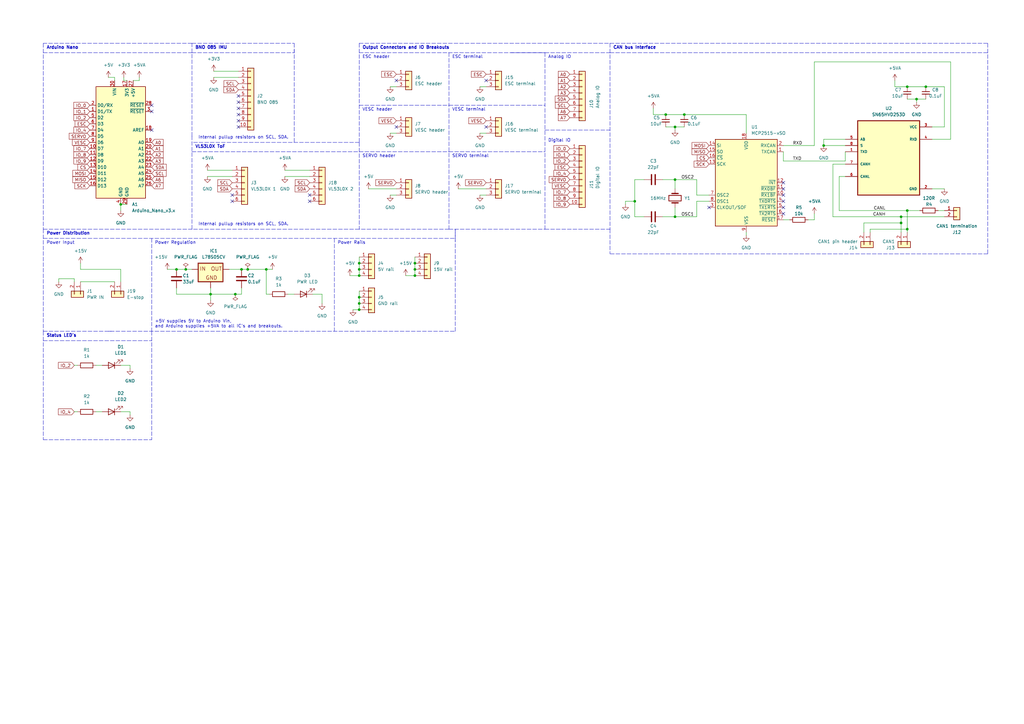
<source format=kicad_sch>
(kicad_sch (version 20211123) (generator eeschema)
  (paper "A3")
  (title_block (title "B.Sc spray gun PCB") (date "2022-04-11") (rev "A") (company "B.Sc group 10"))
  (lib_symbols
    (symbol "Connector_Generic:Conn_01x02" (pin_names (offset 1.016) hide)
      (property "Reference" "J" (at 0 2.54 0))
      (property "Value" "Conn_01x02" (at 0 -5.08 0))
      (symbol "Conn_01x02_1_1"
        (pin passive line (at -5.08 0 0) (length 3.81) (name "Pin_1") (number "1"))
        (pin passive line (at -5.08 -2.54 0) (length 3.81) (name "Pin_2") (number "2"))
      )
    )
    (symbol "Connector_Generic:Conn_01x03" (pin_names (offset 1.016) hide)
      (property "Reference" "J" (at 0 5.08 0))
      (property "Value" "Conn_01x03" (at 0 -5.08 0))
      (symbol "Conn_01x03_1_1"
        (pin passive line (at -5.08 2.54 0) (length 3.81) (name "Pin_1") (number "1"))
        (pin passive line (at -5.08 0 0) (length 3.81) (name "Pin_2") (number "2"))
        (pin passive line (at -5.08 -2.54 0) (length 3.81) (name "Pin_3") (number "3"))
      )
    )
    (symbol "Connector_Generic:Conn_01x04" (pin_names (offset 1.016) hide)
      (property "Reference" "J" (at 0 5.08 0))
      (property "Value" "Conn_01x04" (at 0 -7.62 0))
      (symbol "Conn_01x04_1_1"
        (pin passive line (at -5.08 2.54 0) (length 3.81) (name "Pin_1") (number "1"))
        (pin passive line (at -5.08 0 0) (length 3.81) (name "Pin_2") (number "2"))
        (pin passive line (at -5.08 -2.54 0) (length 3.81) (name "Pin_3") (number "3"))
        (pin passive line (at -5.08 -5.08 0) (length 3.81) (name "Pin_4") (number "4"))
      )
    )
    (symbol "Connector_Generic:Conn_01x06" (pin_names (offset 1.016) hide)
      (property "Reference" "J" (at 0 7.62 0))
      (property "Value" "Conn_01x06" (at 0 -10.16 0))
      (symbol "Conn_01x06_1_1"
        (pin passive line (at -5.08 5.08 0) (length 3.81) (name "Pin_1") (number "1"))
        (pin passive line (at -5.08 2.54 0) (length 3.81) (name "Pin_2") (number "2"))
        (pin passive line (at -5.08 0 0) (length 3.81) (name "Pin_3") (number "3"))
        (pin passive line (at -5.08 -2.54 0) (length 3.81) (name "Pin_4") (number "4"))
        (pin passive line (at -5.08 -5.08 0) (length 3.81) (name "Pin_5") (number "5"))
        (pin passive line (at -5.08 -7.62 0) (length 3.81) (name "Pin_6") (number "6"))
      )
    )
    (symbol "Connector_Generic:Conn_01x08" (pin_names (offset 1.016) hide)
      (property "Reference" "J" (at 0 10.16 0))
      (property "Value" "Conn_01x08" (at 0 -12.7 0))
      (symbol "Conn_01x08_1_1"
        (pin passive line (at -5.08 7.62 0) (length 3.81) (name "Pin_1") (number "1"))
        (pin passive line (at -5.08 5.08 0) (length 3.81) (name "Pin_2") (number "2"))
        (pin passive line (at -5.08 2.54 0) (length 3.81) (name "Pin_3") (number "3"))
        (pin passive line (at -5.08 0 0) (length 3.81) (name "Pin_4") (number "4"))
        (pin passive line (at -5.08 -2.54 0) (length 3.81) (name "Pin_5") (number "5"))
        (pin passive line (at -5.08 -5.08 0) (length 3.81) (name "Pin_6") (number "6"))
        (pin passive line (at -5.08 -7.62 0) (length 3.81) (name "Pin_7") (number "7"))
        (pin passive line (at -5.08 -10.16 0) (length 3.81) (name "Pin_8") (number "8"))
      )
    )
    (symbol "Connector_Generic:Conn_01x10" (pin_names (offset 1.016) hide)
      (property "Reference" "J" (at 0 12.7 0))
      (property "Value" "Conn_01x10" (at 0 -15.24 0))
      (symbol "Conn_01x10_1_1"
        (pin passive line (at -5.08 10.16 0) (length 3.81) (name "Pin_1") (number "1"))
        (pin passive line (at -5.08 -12.7 0) (length 3.81) (name "Pin_10") (number "10"))
        (pin passive line (at -5.08 7.62 0) (length 3.81) (name "Pin_2") (number "2"))
        (pin passive line (at -5.08 5.08 0) (length 3.81) (name "Pin_3") (number "3"))
        (pin passive line (at -5.08 2.54 0) (length 3.81) (name "Pin_4") (number "4"))
        (pin passive line (at -5.08 0 0) (length 3.81) (name "Pin_5") (number "5"))
        (pin passive line (at -5.08 -2.54 0) (length 3.81) (name "Pin_6") (number "6"))
        (pin passive line (at -5.08 -5.08 0) (length 3.81) (name "Pin_7") (number "7"))
        (pin passive line (at -5.08 -7.62 0) (length 3.81) (name "Pin_8") (number "8"))
        (pin passive line (at -5.08 -10.16 0) (length 3.81) (name "Pin_9") (number "9"))
      )
    )
    (symbol "Device:C" (pin_numbers hide) (pin_names (offset 0.254))
      (property "Reference" "C" (at 0.635 2.54 0))
      (property "Value" "C" (at 0.635 -2.54 0))
      (symbol "C_1_1"
        (pin passive line (at 0 3.81 270) (length 2.794) (name "~") (number "1"))
        (pin passive line (at 0 -3.81 90) (length 2.794) (name "~") (number "2"))
      )
    )
    (symbol "Device:C_Small" (pin_numbers hide) (pin_names (offset 0.254) hide)
      (property "Reference" "C" (at 0.254 1.778 0))
      (property "Value" "C_Small" (at 0.254 -2.032 0))
      (symbol "C_Small_1_1"
        (pin passive line (at 0 2.54 270) (length 2.032) (name "~") (number "1"))
        (pin passive line (at 0 -2.54 90) (length 2.032) (name "~") (number "2"))
      )
    )
    (symbol "Device:Crystal" (pin_numbers hide) (pin_names (offset 1.016) hide)
      (property "Reference" "Y" (at 0 3.81 0))
      (property "Value" "Crystal" (at 0 -3.81 0))
      (symbol "Crystal_1_1"
        (pin passive line (at -3.81 0 0) (length 1.27) (name "1") (number "1"))
        (pin passive line (at 3.81 0 180) (length 1.27) (name "2") (number "2"))
      )
    )
    (symbol "Device:LED" (pin_numbers hide) (pin_names (offset 1.016) hide)
      (property "Reference" "D" (at 0 2.54 0))
      (property "Value" "LED" (at 0 -2.54 0))
      (symbol "LED_1_1"
        (pin passive line (at -3.81 0 0) (length 2.54) (name "K") (number "1"))
        (pin passive line (at 3.81 0 180) (length 2.54) (name "A") (number "2"))
      )
    )
    (symbol "Device:R" (pin_numbers hide) (pin_names (offset 0))
      (property "Reference" "R" (at 2.032 0 90))
      (property "Value" "R" (at 0 0 90))
      (symbol "R_1_1"
        (pin passive line (at 0 3.81 270) (length 1.27) (name "~") (number "1"))
        (pin passive line (at 0 -3.81 90) (length 1.27) (name "~") (number "2"))
      )
    )
    (symbol "Interface_CAN_LIN:MCP2515-xSO"
      (property "Reference" "U" (at -10.16 19.685 0))
      (property "Value" "MCP2515-xSO" (at 19.05 20.32 0))
      (symbol "MCP2515-xSO_1_1"
        (pin output line (at 15.24 12.7 180) (length 2.54) (name "TXCAN") (number "1"))
        (pin output line (at 15.24 -5.08 180) (length 2.54) (name "~{RX1BF}") (number "10"))
        (pin output line (at 15.24 -2.54 180) (length 2.54) (name "~{RX0BF}") (number "11"))
        (pin output line (at 15.24 0 180) (length 2.54) (name "~{INT}") (number "12"))
        (pin input line (at -15.24 7.62 0) (length 2.54) (name "SCK") (number "13"))
        (pin input line (at -15.24 15.24 0) (length 2.54) (name "SI") (number "14"))
        (pin output line (at -15.24 12.7 0) (length 2.54) (name "SO") (number "15"))
        (pin input line (at -15.24 10.16 0) (length 2.54) (name "~{CS}") (number "16"))
        (pin input line (at 15.24 -15.24 180) (length 2.54) (name "~{RESET}") (number "17"))
        (pin power_in line (at 0 20.32 270) (length 2.54) (name "VDD") (number "18"))
        (pin input line (at 15.24 15.24 180) (length 2.54) (name "RXCAN") (number "2"))
        (pin output line (at -15.24 -10.16 0) (length 2.54) (name "CLKOUT/SOF") (number "3"))
        (pin input line (at 15.24 -7.62 180) (length 2.54) (name "~{TX0RTS}") (number "4"))
        (pin input line (at 15.24 -10.16 180) (length 2.54) (name "~{TX1RTS}") (number "5"))
        (pin input line (at 15.24 -12.7 180) (length 2.54) (name "~{TX2RTS}") (number "6"))
        (pin output line (at -15.24 -5.08 0) (length 2.54) (name "OSC2") (number "7"))
        (pin input line (at -15.24 -7.62 0) (length 2.54) (name "OSC1") (number "8"))
        (pin power_in line (at 0 -20.32 90) (length 2.54) (name "VSS") (number "9"))
      )
    )
    (symbol "L78S05CV:L78S05CV" (pin_numbers hide) (pin_names (offset 1.016) hide)
      (property "Reference" "IC" (at 2.54 -7.62 0))
      (property "Value" "L78S05CV" (at 2.54 -10.16 0))
      (symbol "L78S05CV_0_0"
        (text "GND" (at -2.032 -4.318 0) (effects (font (size 1.524 1.524)) (justify left bottom)))
        (text "IN" (at -4.445 -0.635 0) (effects (font (size 1.524 1.524)) (justify left bottom)))
        (text "OUT" (at 0.127 -0.635 0) (effects (font (size 1.524 1.524)) (justify left bottom)))
        (pin input line (at -7.62 0 0) (length 2.54) (name "~") (number "1"))
        (pin input line (at 0 -7.62 90) (length 2.54) (name "~") (number "2"))
        (pin passive line (at 7.62 0 180) (length 2.54) (name "~") (number "3"))
      )
    )
    (symbol "MCU_Module:Arduino_Nano_v3.x"
      (property "Reference" "A" (at -10.16 23.495 0))
      (property "Value" "Arduino_Nano_v3.x" (at 5.08 -24.13 0))
      (symbol "Arduino_Nano_v3.x_1_1"
        (pin bidirectional line (at -12.7 12.7 0) (length 2.54) (name "D1/TX") (number "1"))
        (pin bidirectional line (at -12.7 -2.54 0) (length 2.54) (name "D7") (number "10"))
        (pin bidirectional line (at -12.7 -5.08 0) (length 2.54) (name "D8") (number "11"))
        (pin bidirectional line (at -12.7 -7.62 0) (length 2.54) (name "D9") (number "12"))
        (pin bidirectional line (at -12.7 -10.16 0) (length 2.54) (name "D10") (number "13"))
        (pin bidirectional line (at -12.7 -12.7 0) (length 2.54) (name "D11") (number "14"))
        (pin bidirectional line (at -12.7 -15.24 0) (length 2.54) (name "D12") (number "15"))
        (pin bidirectional line (at -12.7 -17.78 0) (length 2.54) (name "D13") (number "16"))
        (pin power_out line (at 2.54 25.4 270) (length 2.54) (name "3V3") (number "17"))
        (pin input line (at 12.7 5.08 180) (length 2.54) (name "AREF") (number "18"))
        (pin bidirectional line (at 12.7 0 180) (length 2.54) (name "A0") (number "19"))
        (pin bidirectional line (at -12.7 15.24 0) (length 2.54) (name "D0/RX") (number "2"))
        (pin bidirectional line (at 12.7 -2.54 180) (length 2.54) (name "A1") (number "20"))
        (pin bidirectional line (at 12.7 -5.08 180) (length 2.54) (name "A2") (number "21"))
        (pin bidirectional line (at 12.7 -7.62 180) (length 2.54) (name "A3") (number "22"))
        (pin bidirectional line (at 12.7 -10.16 180) (length 2.54) (name "A4") (number "23"))
        (pin bidirectional line (at 12.7 -12.7 180) (length 2.54) (name "A5") (number "24"))
        (pin bidirectional line (at 12.7 -15.24 180) (length 2.54) (name "A6") (number "25"))
        (pin bidirectional line (at 12.7 -17.78 180) (length 2.54) (name "A7") (number "26"))
        (pin power_out line (at 5.08 25.4 270) (length 2.54) (name "+5V") (number "27"))
        (pin input line (at 12.7 15.24 180) (length 2.54) (name "~{RESET}") (number "28"))
        (pin power_in line (at 2.54 -25.4 90) (length 2.54) (name "GND") (number "29"))
        (pin input line (at 12.7 12.7 180) (length 2.54) (name "~{RESET}") (number "3"))
        (pin power_in line (at -2.54 25.4 270) (length 2.54) (name "VIN") (number "30"))
        (pin power_in line (at 0 -25.4 90) (length 2.54) (name "GND") (number "4"))
        (pin bidirectional line (at -12.7 10.16 0) (length 2.54) (name "D2") (number "5"))
        (pin bidirectional line (at -12.7 7.62 0) (length 2.54) (name "D3") (number "6"))
        (pin bidirectional line (at -12.7 5.08 0) (length 2.54) (name "D4") (number "7"))
        (pin bidirectional line (at -12.7 2.54 0) (length 2.54) (name "D5") (number "8"))
        (pin bidirectional line (at -12.7 0 0) (length 2.54) (name "D6") (number "9"))
      )
    )
    (symbol "SN65HVD253D:SN65HVD253D" (pin_names (offset 1.016))
      (property "Reference" "U" (at -12.7 16.2306 0))
      (property "Value" "SN65HVD253D" (at -12.7 -19.2278 0))
      (symbol "SN65HVD253D_0_0"
        (pin input line (at -17.78 2.54 0) (length 5.08) (name "TXD") (number "1"))
        (pin power_in line (at 17.78 -12.7 180) (length 5.08) (name "GND") (number "2"))
        (pin power_in line (at 17.78 12.7 180) (length 5.08) (name "VCC") (number "3"))
        (pin output line (at 17.78 7.62 180) (length 5.08) (name "RXD") (number "4"))
        (pin input line (at -17.78 7.62 0) (length 5.08) (name "AB") (number "5"))
        (pin bidirectional line (at -17.78 -7.62 0) (length 5.08) (name "CANL") (number "6"))
        (pin bidirectional line (at -17.78 -2.54 0) (length 5.08) (name "CANH") (number "7"))
        (pin input line (at -17.78 5.08 0) (length 5.08) (name "S") (number "8"))
      )
    )
    (symbol "power:+15V" (power) (pin_names (offset 0))
      (property "Value" "+15V" (at 0 3.556 0))
      (symbol "+15V_1_1"
        (pin power_in line (at 0 0 90) (length 0) hide (name "+15V") (number "1"))
      )
    )
    (symbol "power:+3V3" (power) (pin_names (offset 0))
      (property "Value" "+3V3" (at 0 3.556 0))
      (symbol "+3V3_1_1"
        (pin power_in line (at 0 0 90) (length 0) hide (name "+3V3") (number "1"))
      )
    )
    (symbol "power:+5V" (power) (pin_names (offset 0))
      (property "Value" "+5V" (at 0 3.556 0))
      (symbol "+5V_1_1"
        (pin power_in line (at 0 0 90) (length 0) hide (name "+5V") (number "1"))
      )
    )
    (symbol "power:+5VA" (power) (pin_names (offset 0))
      (property "Value" "+5VA" (at 0 3.556 0))
      (symbol "+5VA_1_1"
        (pin power_in line (at 0 0 90) (length 0) hide (name "+5VA") (number "1"))
      )
    )
    (symbol "power:GND" (power) (pin_names (offset 0))
      (property "Value" "GND" (at 0 -3.81 0))
      (symbol "GND_1_1"
        (pin power_in line (at 0 0 270) (length 0) hide (name "GND") (number "1"))
      )
    )
    (symbol "power:PWR_FLAG" (power) (pin_numbers hide) (pin_names (offset 0) hide)
      (property "Value" "PWR_FLAG" (at 0 3.81 0))
      (symbol "PWR_FLAG_0_0"
        (pin power_out line (at 0 0 90) (length 0) (name "pwr") (number "1"))
      )
    )
  )
  (junction (at 147.32 121.92))
  (junction (at 147.32 113.03))
  (junction (at 49.53 83.82))
  (junction (at 372.11 86.36))
  (junction (at 375.92 40.64))
  (junction (at 147.32 124.46))
  (junction (at 109.22 110.49))
  (junction (at 379.73 35.56))
  (junction (at 99.06 110.49))
  (junction (at 76.2 110.49))
  (junction (at 276.86 73.66))
  (junction (at 170.18 113.03))
  (junction (at 170.18 107.95))
  (junction (at 101.6 110.49))
  (junction (at 372.11 93.98))
  (junction (at 147.32 107.95))
  (junction (at 170.18 110.49))
  (junction (at 147.32 127))
  (junction (at 276.86 52.07))
  (junction (at 273.05 46.99))
  (junction (at 276.86 88.9))
  (junction (at 280.67 46.99))
  (junction (at 96.52 120.65))
  (junction (at 86.36 120.65))
  (junction (at 372.11 35.56))
  (junction (at 369.57 88.9))
  (junction (at 337.82 59.69))
  (junction (at 369.57 91.44))
  (junction (at 72.39 110.49))
  (junction (at 147.32 110.49))
  (junction (at 260.35 82.55))
  (no_connect (at 97.79 46.99))
  (no_connect (at 97.79 49.53))
  (no_connect (at 97.79 52.07))
  (no_connect (at 97.79 44.45))
  (no_connect (at 97.79 39.37))
  (no_connect (at 97.79 41.91))
  (no_connect (at 162.56 52.07))
  (no_connect (at 162.56 33.02))
  (no_connect (at 95.25 82.55))
  (no_connect (at 95.25 80.01))
  (no_connect (at 199.39 52.07))
  (no_connect (at 290.83 85.09))
  (no_connect (at 321.31 87.63))
  (no_connect (at 321.31 85.09))
  (no_connect (at 321.31 82.55))
  (no_connect (at 321.31 77.47))
  (no_connect (at 321.31 80.01))
  (no_connect (at 321.31 74.93))
  (no_connect (at 127 82.55))
  (no_connect (at 199.39 33.02))
  (no_connect (at 62.23 45.72))
  (no_connect (at 62.23 43.18))
  (no_connect (at 62.23 53.34))
  (no_connect (at 127 80.01))
  (wire (pts (xy 306.07 46.99) (xy 280.67 46.99)))
  (wire (pts (xy 372.11 93.98) (xy 372.11 86.36)))
  (polyline (pts (xy 147.32 17.78) (xy 147.32 58.42)))
  (wire (pts (xy 290.83 80.01) (xy 285.75 80.01)))
  (wire (pts (xy 72.39 118.11) (xy 72.39 120.65)))
  (polyline (pts (xy 147.32 58.42) (xy 147.32 93.98)))
  (wire (pts (xy 24.13 115.57) (xy 24.13 114.3)))
  (wire (pts (xy 147.32 107.95) (xy 147.32 110.49)))
  (wire (pts (xy 346.71 57.15) (xy 337.82 57.15)))
  (polyline (pts (xy 250.19 17.78) (xy 405.13 17.78)))
  (wire (pts (xy 372.11 35.56) (xy 379.73 35.56)))
  (wire (pts (xy 382.27 77.47) (xy 387.35 77.47)))
  (wire (pts (xy 72.39 120.65) (xy 86.36 120.65)))
  (wire (pts (xy 118.11 120.65) (xy 120.65 120.65)))
  (wire (pts (xy 260.35 73.66) (xy 260.35 82.55)))
  (polyline (pts (xy 184.15 93.98) (xy 147.32 93.98)))
  (wire (pts (xy 30.48 114.3) (xy 30.48 115.57)))
  (wire (pts (xy 321.31 66.04) (xy 321.31 62.23)))
  (wire (pts (xy 285.75 82.55) (xy 285.75 88.9)))
  (wire (pts (xy 306.07 46.99) (xy 306.07 54.61)))
  (wire (pts (xy 273.05 46.99) (xy 280.67 46.99)))
  (wire (pts (xy 387.35 86.36) (xy 384.81 86.36)))
  (wire (pts (xy 285.75 88.9) (xy 276.86 88.9)))
  (polyline (pts (xy 250.19 17.78) (xy 250.19 93.98)))
  (wire (pts (xy 260.35 82.55) (xy 260.35 88.9)))
  (wire (pts (xy 346.71 66.04) (xy 346.71 62.23)))
  (wire (pts (xy 53.34 168.91) (xy 49.53 168.91)))
  (wire (pts (xy 147.32 119.38) (xy 147.32 121.92)))
  (wire (pts (xy 306.07 95.25) (xy 306.07 96.52)))
  (wire (pts (xy 196.85 35.56) (xy 199.39 35.56)))
  (wire (pts (xy 53.34 168.91) (xy 53.34 170.18)))
  (polyline (pts (xy 62.23 97.79) (xy 62.23 135.89)))
  (polyline (pts (xy 223.52 21.59) (xy 223.52 93.98)))
  (wire (pts (xy 72.39 110.49) (xy 76.2 110.49)))
  (wire (pts (xy 256.54 82.55) (xy 260.35 82.55)))
  (wire (pts (xy 101.6 110.49) (xy 109.22 110.49)))
  (polyline (pts (xy 147.32 58.42) (xy 78.74 58.42)))
  (wire (pts (xy 170.18 107.95) (xy 170.18 110.49)))
  (wire (pts (xy 49.53 110.49) (xy 49.53 115.57)))
  (polyline (pts (xy 17.78 21.59) (xy 78.74 21.59)))
  (wire (pts (xy 160.02 35.56) (xy 162.56 35.56)))
  (wire (pts (xy 166.37 113.03) (xy 170.18 113.03)))
  (wire (pts (xy 369.57 91.44) (xy 369.57 88.9)))
  (polyline (pts (xy 223.52 53.34) (xy 250.19 53.34)))
  (wire (pts (xy 367.03 35.56) (xy 372.11 35.56)))
  (wire (pts (xy 31.75 168.91) (xy 30.48 168.91)))
  (polyline (pts (xy 17.78 135.89) (xy 17.78 180.34)))
  (polyline (pts (xy 17.78 93.98) (xy 78.74 93.98)))
  (wire (pts (xy 372.11 95.25) (xy 372.11 93.98)))
  (wire (pts (xy 31.75 149.86) (xy 30.48 149.86)))
  (wire (pts (xy 271.78 73.66) (xy 276.86 73.66)))
  (wire (pts (xy 356.87 95.25) (xy 356.87 93.98)))
  (wire (pts (xy 375.92 40.64) (xy 379.73 40.64)))
  (wire (pts (xy 39.37 168.91) (xy 41.91 168.91)))
  (wire (pts (xy 276.86 52.07) (xy 276.86 53.34)))
  (polyline (pts (xy 186.69 93.98) (xy 186.69 99.06)))
  (wire (pts (xy 187.96 77.47) (xy 199.39 77.47)))
  (polyline (pts (xy 78.74 17.78) (xy 120.65 17.78)))
  (wire (pts (xy 86.36 120.65) (xy 86.36 123.19)))
  (wire (pts (xy 76.2 110.49) (xy 78.74 110.49)))
  (wire (pts (xy 273.05 52.07) (xy 276.86 52.07)))
  (polyline (pts (xy 186.69 135.89) (xy 186.69 93.98)))
  (polyline (pts (xy 62.23 135.89) (xy 62.23 180.34)))
  (wire (pts (xy 33.02 110.49) (xy 33.02 107.95)))
  (wire (pts (xy 379.73 35.56) (xy 387.35 35.56)))
  (polyline (pts (xy 78.74 55.88) (xy 78.74 17.78)))
  (wire (pts (xy 144.78 127) (xy 147.32 127)))
  (wire (pts (xy 44.45 31.75) (xy 46.99 31.75)))
  (wire (pts (xy 93.98 110.49) (xy 99.06 110.49)))
  (wire (pts (xy 99.06 110.49) (xy 101.6 110.49)))
  (wire (pts (xy 49.53 110.49) (xy 33.02 110.49)))
  (wire (pts (xy 389.89 25.4) (xy 389.89 57.15)))
  (wire (pts (xy 341.63 88.9) (xy 341.63 67.31)))
  (wire (pts (xy 85.09 72.39) (xy 95.25 72.39)))
  (wire (pts (xy 344.17 86.36) (xy 372.11 86.36)))
  (wire (pts (xy 334.01 87.63) (xy 334.01 90.17)))
  (wire (pts (xy 372.11 40.64) (xy 375.92 40.64)))
  (wire (pts (xy 367.03 33.02) (xy 367.03 35.56)))
  (wire (pts (xy 334.01 90.17) (xy 331.47 90.17)))
  (polyline (pts (xy 405.13 17.78) (xy 405.13 104.14)))
  (polyline (pts (xy 147.32 21.59) (xy 223.52 21.59)))
  (wire (pts (xy 33.02 115.57) (xy 46.99 115.57)))
  (wire (pts (xy 50.8 31.75) (xy 50.8 33.02)))
  (wire (pts (xy 54.61 33.02) (xy 57.15 33.02)))
  (wire (pts (xy 375.92 40.64) (xy 375.92 41.91)))
  (wire (pts (xy 39.37 149.86) (xy 41.91 149.86)))
  (polyline (pts (xy 17.78 135.89) (xy 186.69 135.89)))
  (polyline (pts (xy 137.16 97.79) (xy 137.16 135.89)))
  (polyline (pts (xy 405.13 104.14) (xy 250.19 104.14)))
  (wire (pts (xy 321.31 59.69) (xy 334.01 59.69)))
  (wire (pts (xy 132.08 124.46) (xy 132.08 120.65)))
  (wire (pts (xy 344.17 72.39) (xy 344.17 86.36)))
  (wire (pts (xy 196.85 54.61) (xy 199.39 54.61)))
  (wire (pts (xy 372.11 93.98) (xy 356.87 93.98)))
  (polyline (pts (xy 147.32 43.18) (xy 184.15 43.18)))
  (polyline (pts (xy 78.74 21.59) (xy 120.65 21.59)))
  (wire (pts (xy 151.13 77.47) (xy 162.56 77.47)))
  (wire (pts (xy 53.34 149.86) (xy 49.53 149.86)))
  (wire (pts (xy 387.35 35.56) (xy 387.35 52.07)))
  (polyline (pts (xy 17.78 17.78) (xy 17.78 93.98)))
  (wire (pts (xy 49.53 83.82) (xy 49.53 86.36)))
  (wire (pts (xy 321.31 90.17) (xy 323.85 90.17)))
  (wire (pts (xy 285.75 73.66) (xy 276.86 73.66)))
  (wire (pts (xy 276.86 73.66) (xy 276.86 77.47)))
  (wire (pts (xy 321.31 66.04) (xy 346.71 66.04)))
  (wire (pts (xy 387.35 88.9) (xy 369.57 88.9)))
  (wire (pts (xy 96.52 120.65) (xy 99.06 120.65)))
  (wire (pts (xy 99.06 120.65) (xy 99.06 118.11)))
  (wire (pts (xy 389.89 57.15) (xy 382.27 57.15)))
  (wire (pts (xy 143.51 113.03) (xy 147.32 113.03)))
  (polyline (pts (xy 147.32 17.78) (xy 250.19 17.78)))
  (wire (pts (xy 369.57 95.25) (xy 369.57 91.44)))
  (wire (pts (xy 267.97 46.99) (xy 273.05 46.99)))
  (polyline (pts (xy 250.19 93.98) (xy 250.19 104.14)))
  (polyline (pts (xy 223.52 93.98) (xy 250.19 93.98)))
  (wire (pts (xy 147.32 124.46) (xy 147.32 127)))
  (polyline (pts (xy 17.78 93.98) (xy 17.78 135.89)))
  (wire (pts (xy 147.32 105.41) (xy 147.32 107.95)))
  (polyline (pts (xy 147.32 62.23) (xy 184.15 62.23)))
  (wire (pts (xy 276.86 88.9) (xy 271.78 88.9)))
  (wire (pts (xy 110.49 120.65) (xy 109.22 120.65)))
  (polyline (pts (xy 223.52 21.59) (xy 250.19 21.59)))
  (polyline (pts (xy 184.15 43.18) (xy 223.52 43.18)))
  (wire (pts (xy 68.58 110.49) (xy 72.39 110.49)))
  (wire (pts (xy 147.32 121.92) (xy 147.32 124.46)))
  (wire (pts (xy 170.18 105.41) (xy 170.18 107.95)))
  (wire (pts (xy 24.13 114.3) (xy 30.48 114.3)))
  (wire (pts (xy 116.84 69.85) (xy 127 69.85)))
  (polyline (pts (xy 17.78 139.7) (xy 62.23 139.7)))
  (wire (pts (xy 285.75 73.66) (xy 285.75 80.01)))
  (wire (pts (xy 341.63 88.9) (xy 369.57 88.9)))
  (wire (pts (xy 276.86 85.09) (xy 276.86 88.9)))
  (wire (pts (xy 260.35 88.9) (xy 264.16 88.9)))
  (wire (pts (xy 267.97 44.45) (xy 267.97 46.99)))
  (polyline (pts (xy 78.74 93.98) (xy 78.74 55.88)))
  (wire (pts (xy 387.35 52.07) (xy 382.27 52.07)))
  (wire (pts (xy 86.36 118.11) (xy 86.36 120.65)))
  (wire (pts (xy 132.08 120.65) (xy 128.27 120.65)))
  (wire (pts (xy 85.09 69.85) (xy 95.25 69.85)))
  (polyline (pts (xy 78.74 17.78) (xy 17.78 17.78)))
  (polyline (pts (xy 250.19 21.59) (xy 405.13 21.59)))
  (wire (pts (xy 341.63 67.31) (xy 346.71 67.31)))
  (wire (pts (xy 109.22 110.49) (xy 109.22 120.65)))
  (wire (pts (xy 196.85 80.01) (xy 199.39 80.01)))
  (wire (pts (xy 116.84 72.39) (xy 127 72.39)))
  (wire (pts (xy 334.01 59.69) (xy 334.01 25.4)))
  (polyline (pts (xy 17.78 180.34) (xy 62.23 180.34)))
  (wire (pts (xy 87.63 31.75) (xy 97.79 31.75)))
  (wire (pts (xy 354.33 91.44) (xy 369.57 91.44)))
  (wire (pts (xy 377.19 86.36) (xy 372.11 86.36)))
  (polyline (pts (xy 78.74 62.23) (xy 147.32 62.23)))
  (polyline (pts (xy 45.72 135.89) (xy 44.45 135.89)))
  (wire (pts (xy 147.32 110.49) (xy 147.32 113.03)))
  (wire (pts (xy 170.18 110.49) (xy 170.18 113.03)))
  (wire (pts (xy 346.71 59.69) (xy 337.82 59.69)))
  (wire (pts (xy 52.07 33.02) (xy 50.8 33.02)))
  (wire (pts (xy 346.71 72.39) (xy 344.17 72.39)))
  (polyline (pts (xy 209.55 21.59) (xy 223.52 21.59)))
  (polyline (pts (xy 147.32 93.98) (xy 78.74 93.98)))
  (wire (pts (xy 160.02 54.61) (xy 162.56 54.61)))
  (wire (pts (xy 86.36 120.65) (xy 96.52 120.65)))
  (wire (pts (xy 260.35 73.66) (xy 264.16 73.66)))
  (wire (pts (xy 354.33 95.25) (xy 354.33 91.44)))
  (wire (pts (xy 276.86 52.07) (xy 280.67 52.07)))
  (wire (pts (xy 49.53 83.82) (xy 52.07 83.82)))
  (wire (pts (xy 46.99 31.75) (xy 46.99 33.02)))
  (wire (pts (xy 334.01 25.4) (xy 389.89 25.4)))
  (wire (pts (xy 109.22 110.49) (xy 111.76 110.49)))
  (polyline (pts (xy 184.15 21.59) (xy 184.15 93.98)))
  (polyline (pts (xy 184.15 93.98) (xy 223.52 93.98)))
  (wire (pts (xy 160.02 80.01) (xy 162.56 80.01)))
  (wire (pts (xy 57.15 33.02) (xy 57.15 31.75)))
  (wire (pts (xy 290.83 82.55) (xy 285.75 82.55)))
  (polyline (pts (xy 120.65 17.78) (xy 120.65 58.42)))
  (polyline (pts (xy 184.15 62.23) (xy 223.52 62.23)))
  (wire (pts (xy 53.34 149.86) (xy 53.34 151.13)))
  (wire (pts (xy 337.82 57.15) (xy 337.82 59.69)))
  (polyline (pts (xy 120.65 21.59) (xy 120.65 20.32)))
  (wire (pts (xy 87.63 29.21) (xy 97.79 29.21)))
  (polyline (pts (xy 17.78 97.79) (xy 186.69 97.79)))
  (wire (pts (xy 256.54 83.82) (xy 256.54 82.55)))
  (text "Internal pullup resistors on SCL, SDA." (at 81.28 92.71 0) (effects (font (size 1.27 1.27)) (justify left bottom)))
  (text "Power Rails" (at 138.43 100.33 0) (effects (font (size 1.27 1.27)) (justify left bottom)))
  (text "Internal pullup resistors on SCL, SDA." (at 81.28 57.15 0) (effects (font (size 1.27 1.27)) (justify left bottom)))
  (text "SERVO terminal" (at 185.42 64.77 0) (effects (font (size 1.27 1.27)) (justify left bottom)))
  (text "Digital IO" (at 224.79 58.42 0) (effects (font (size 1.27 1.27)) (justify left bottom)))
  (text "Analog IO" (at 224.79 24.13 0) (effects (font (size 1.27 1.27)) (justify left bottom)))
  (text "ESC terminal" (at 185.42 24.13 0) (effects (font (size 1.27 1.27)) (justify left bottom)))
  (text "+5V supplies 5V to Arduino Vin,\nand Arduino supplies +5VA to all IC's and breakouts." (at 63.5 134.62 0) (effects (font (size 1.27 1.27)) (justify left bottom)))
  (text "VESC header" (at 148.59 45.72 0) (effects (font (size 1.27 1.27)) (justify left bottom)))
  (text "ESC header" (at 148.59 24.13 0) (effects (font (size 1.27 1.27)) (justify left bottom)))
  (text "Power Input" (at 19.05 100.33 0) (effects (font (size 1.27 1.27)) (justify left bottom)))
  (text "Output Connectors and IO Breakouts" (at 148.59 20.32 0) (effects (font (size 1.27 1.27) (thickness 0.254) bold) (justify left bottom)))
  (text "BNO 085 IMU" (at 80.01 20.32 0) (effects (font (size 1.27 1.27) (thickness 0.254) bold) (justify left bottom)))
  (text "Arduino Nano" (at 19.05 20.32 0) (effects (font (size 1.27 1.27) (thickness 0.254) bold) (justify left bottom)))
  (text "CAN bus Interface" (at 251.46 20.32 0) (effects (font (size 1.27 1.27) (thickness 0.254) bold) (justify left bottom)))
  (text "Power Regulation" (at 63.5 100.33 0) (effects (font (size 1.27 1.27)) (justify left bottom)))
  (text "Power Distribution" (at 19.05 96.52 0) (effects (font (size 1.27 1.27) (thickness 0.254) bold) (justify left bottom)))
  (text "VL53L0X ToF" (at 80.01 60.96 0) (effects (font (size 1.27 1.27) (thickness 0.254) bold) (justify left bottom)))
  (text "VESC terminal" (at 185.42 45.72 0) (effects (font (size 1.27 1.27)) (justify left bottom)))
  (text "SERVO header" (at 148.59 64.77 0) (effects (font (size 1.27 1.27)) (justify left bottom)))
  (text "Status LED's" (at 19.05 138.43 0) (effects (font (size 1.27 1.27) (thickness 0.254) bold) (justify left bottom)))
  (label "TXD" (at 325.12 66.04 0))
  (label "CANL" (at 363.22 86.36 180))
  (label "RXD" (at 325.12 59.69 0))
  (label "OSC1" (at 279.4 88.9 0))
  (label "CANH" (at 363.22 88.9 180))
  (label "OSC2" (at 279.4 73.66 0))
  (global_label "SDA" (shape input) (at 233.68 40.64 180) (property "Intersheet References" "${INTERSHEET_REFS}" (effects hide)))
  (global_label "A1" (shape input) (at 62.23 60.96 0) (property "Intersheet References" "${INTERSHEET_REFS}" (effects hide)))
  (global_label "MOSI" (shape input) (at 290.83 59.69 180) (property "Intersheet References" "${INTERSHEET_REFS}" (effects hide)))
  (global_label "A3" (shape input) (at 62.23 66.04 0) (property "Intersheet References" "${INTERSHEET_REFS}" (effects hide)))
  (global_label "VESC" (shape input) (at 36.83 58.42 180) (property "Intersheet References" "${INTERSHEET_REFS}" (effects hide)))
  (global_label "A6" (shape input) (at 233.68 45.72 180) (property "Intersheet References" "${INTERSHEET_REFS}" (effects hide)))
  (global_label "CS" (shape input) (at 290.83 64.77 180) (property "Intersheet References" "${INTERSHEET_REFS}" (effects hide)))
  (global_label "IO_7" (shape input) (at 233.68 78.74 180) (property "Intersheet References" "${INTERSHEET_REFS}" (effects hide)))
  (global_label "SCL" (shape input) (at 95.25 74.93 180) (property "Intersheet References" "${INTERSHEET_REFS}" (effects hide)))
  (global_label "MISO" (shape input) (at 290.83 62.23 180) (property "Intersheet References" "${INTERSHEET_REFS}" (effects hide)))
  (global_label "SCL" (shape input) (at 127 74.93 180) (property "Intersheet References" "${INTERSHEET_REFS}" (effects hide)))
  (global_label "MOSI" (shape input) (at 36.83 71.12 180) (property "Intersheet References" "${INTERSHEET_REFS}" (effects hide)))
  (global_label "A0" (shape input) (at 62.23 58.42 0) (property "Intersheet References" "${INTERSHEET_REFS}" (effects hide)))
  (global_label "IO_1" (shape input) (at 233.68 63.5 180) (property "Intersheet References" "${INTERSHEET_REFS}" (effects hide)))
  (global_label "IO_8" (shape input) (at 36.83 63.5 180) (property "Intersheet References" "${INTERSHEET_REFS}" (effects hide)))
  (global_label "SDA" (shape input) (at 95.25 77.47 180) (property "Intersheet References" "${INTERSHEET_REFS}" (effects hide)))
  (global_label "IO_8" (shape input) (at 233.68 81.28 180) (property "Intersheet References" "${INTERSHEET_REFS}" (effects hide)))
  (global_label "VESC" (shape input) (at 233.68 76.2 180) (property "Intersheet References" "${INTERSHEET_REFS}" (effects hide)))
  (global_label "IO_4" (shape input) (at 36.83 53.34 180) (property "Intersheet References" "${INTERSHEET_REFS}" (effects hide)))
  (global_label "IO_4" (shape input) (at 30.48 168.91 180) (property "Intersheet References" "${INTERSHEET_REFS}" (effects hide)))
  (global_label "SERVO" (shape input) (at 199.39 74.93 180) (property "Intersheet References" "${INTERSHEET_REFS}" (effects hide)))
  (global_label "A2" (shape input) (at 233.68 35.56 180) (property "Intersheet References" "${INTERSHEET_REFS}" (effects hide)))
  (global_label "A3" (shape input) (at 233.68 38.1 180) (property "Intersheet References" "${INTERSHEET_REFS}" (effects hide)))
  (global_label "ESC" (shape input) (at 36.83 50.8 180) (property "Intersheet References" "${INTERSHEET_REFS}" (effects hide)))
  (global_label "SDA" (shape input) (at 62.23 68.58 0) (property "Intersheet References" "${INTERSHEET_REFS}" (effects hide)))
  (global_label "IO_0" (shape input) (at 36.83 43.18 180) (property "Intersheet References" "${INTERSHEET_REFS}" (effects hide)))
  (global_label "A0" (shape input) (at 233.68 30.48 180) (property "Intersheet References" "${INTERSHEET_REFS}" (effects hide)))
  (global_label "SDA" (shape input) (at 97.79 36.83 180) (property "Intersheet References" "${INTERSHEET_REFS}" (effects hide)))
  (global_label "VESC" (shape input) (at 199.39 49.53 180) (property "Intersheet References" "${INTERSHEET_REFS}" (effects hide)))
  (global_label "ESC" (shape input) (at 199.39 30.48 180) (property "Intersheet References" "${INTERSHEET_REFS}" (effects hide)))
  (global_label "A2" (shape input) (at 62.23 63.5 0) (property "Intersheet References" "${INTERSHEET_REFS}" (effects hide)))
  (global_label "IO_2" (shape input) (at 36.83 48.26 180) (property "Intersheet References" "${INTERSHEET_REFS}" (effects hide)))
  (global_label "IO_7" (shape input) (at 36.83 60.96 180) (property "Intersheet References" "${INTERSHEET_REFS}" (effects hide)))
  (global_label "IO_2" (shape input) (at 233.68 66.04 180) (property "Intersheet References" "${INTERSHEET_REFS}" (effects hide)))
  (global_label "ESC" (shape input) (at 162.56 30.48 180) (property "Intersheet References" "${INTERSHEET_REFS}" (effects hide)))
  (global_label "A6" (shape input) (at 62.23 73.66 0) (property "Intersheet References" "${INTERSHEET_REFS}" (effects hide)))
  (global_label "IO_0" (shape input) (at 233.68 60.96 180) (property "Intersheet References" "${INTERSHEET_REFS}" (effects hide)))
  (global_label "ESC" (shape input) (at 233.68 68.58 180) (property "Intersheet References" "${INTERSHEET_REFS}" (effects hide)))
  (global_label "SCL" (shape input) (at 62.23 71.12 0) (property "Intersheet References" "${INTERSHEET_REFS}" (effects hide)))
  (global_label "VESC" (shape input) (at 162.56 49.53 180) (property "Intersheet References" "${INTERSHEET_REFS}" (effects hide)))
  (global_label "SCK" (shape input) (at 290.83 67.31 180) (property "Intersheet References" "${INTERSHEET_REFS}" (effects hide)))
  (global_label "IO_2" (shape input) (at 30.48 149.86 180) (property "Intersheet References" "${INTERSHEET_REFS}" (effects hide)))
  (global_label "A7" (shape input) (at 62.23 76.2 0) (property "Intersheet References" "${INTERSHEET_REFS}" (effects hide)))
  (global_label "SCL" (shape input) (at 97.79 34.29 180) (property "Intersheet References" "${INTERSHEET_REFS}" (effects hide)))
  (global_label "SERVO" (shape input) (at 36.83 55.88 180) (property "Intersheet References" "${INTERSHEET_REFS}" (effects hide)))
  (global_label "MISO" (shape input) (at 36.83 73.66 180) (property "Intersheet References" "${INTERSHEET_REFS}" (effects hide)))
  (global_label "IO_4" (shape input) (at 233.68 71.12 180) (property "Intersheet References" "${INTERSHEET_REFS}" (effects hide)))
  (global_label "SERVO" (shape input) (at 162.56 74.93 180) (property "Intersheet References" "${INTERSHEET_REFS}" (effects hide)))
  (global_label "CS" (shape input) (at 36.83 68.58 180) (property "Intersheet References" "${INTERSHEET_REFS}" (effects hide)))
  (global_label "A7" (shape input) (at 233.68 48.26 180) (property "Intersheet References" "${INTERSHEET_REFS}" (effects hide)))
  (global_label "SCL" (shape input) (at 233.68 43.18 180) (property "Intersheet References" "${INTERSHEET_REFS}" (effects hide)))
  (global_label "IO_1" (shape input) (at 36.83 45.72 180) (property "Intersheet References" "${INTERSHEET_REFS}" (effects hide)))
  (global_label "SCK" (shape input) (at 36.83 76.2 180) (property "Intersheet References" "${INTERSHEET_REFS}" (effects hide)))
  (global_label "A1" (shape input) (at 233.68 33.02 180) (property "Intersheet References" "${INTERSHEET_REFS}" (effects hide)))
  (global_label "IO_9" (shape input) (at 233.68 83.82 180) (property "Intersheet References" "${INTERSHEET_REFS}" (effects hide)))
  (global_label "SERVO" (shape input) (at 233.68 73.66 180) (property "Intersheet References" "${INTERSHEET_REFS}" (effects hide)))
  (global_label "SDA" (shape input) (at 127 77.47 180) (property "Intersheet References" "${INTERSHEET_REFS}" (effects hide)))
  (global_label "IO_9" (shape input) (at 36.83 66.04 180) (property "Intersheet References" "${INTERSHEET_REFS}" (effects hide)))
  (symbol (lib_id "Interface_CAN_LIN:MCP2515-xSO") (at 306.07 74.93 0) (unit 1)
    (property "Reference" "U1" (at 308.0894 52.07 0) (effects (justify left)))
    (property "Value" "MCP2515-xSO" (at 308.0894 54.61 0) (effects (justify left)))
    (property "Footprint" "Package_SO:SOIC-18W_7.5x11.6mm_P1.27mm" (effects hide))
    (property "Datasheet" "http://ww1.microchip.com/downloads/en/DeviceDoc/21801e.pdf" (effects hide))
  )
  (symbol (lib_id "power:GND") (at 160.02 35.56 0) (unit 1)
    (property "Reference" "#PWR0108" (effects hide))
    (property "Value" "GND" (at 160.02 40.64 0))
  )
  (symbol (lib_id "Device:R") (at 327.66 90.17 270) (unit 1)
    (property "Reference" "R5" (at 327.66 85.09 90))
    (property "Value" "10k" (at 327.66 87.63 90))
    (property "Footprint" "Resistor_THT:R_Axial_DIN0207_L6.3mm_D2.5mm_P10.16mm_Horizontal" (effects hide))
  )
  (symbol (lib_id "Connector_Generic:Conn_01x06") (at 100.33 74.93 0) (unit 1)
    (property "Reference" "J3" (at 102.87 74.9299 0) (effects (justify left)))
    (property "Value" "VL53L0X 1" (at 102.87 77.4699 0) (effects (justify left)))
    (property "Footprint" "Connector_JST:JST_XH_B6B-XH-A_1x06_P2.50mm_Vertical" (effects hide))
  )
  (symbol (lib_id "Connector_Generic:Conn_01x03") (at 204.47 77.47 0) (unit 1)
    (property "Reference" "J17" (at 207.01 76.1999 0) (effects (justify left)))
    (property "Value" "SERVO terminal" (at 207.01 78.7399 0) (effects (justify left)))
    (property "Footprint" "TerminalBlock_Phoenix:TerminalBlock_Phoenix_MKDS-3-3-5.08_1x03_P5.08mm_Horizontal" (effects hide))
  )
  (symbol (lib_id "power:GND") (at 144.78 127 0) (unit 1)
    (property "Reference" "#PWR0112" (effects hide))
    (property "Value" "GND" (at 144.78 132.08 0))
  )
  (symbol (lib_id "power:+5V") (at 44.45 31.75 0) (unit 1)
    (property "Reference" "#PWR0121" (effects hide))
    (property "Value" "+5V" (at 44.45 26.67 0))
  )
  (symbol (lib_id "Connector_Generic:Conn_01x02") (at 372.11 100.33 270) (unit 1)
    (property "Reference" "J13" (at 367.03 101.6001 90) (effects (justify right)))
    (property "Value" "CAN1" (at 367.03 99.0601 90) (effects (justify right)))
    (property "Footprint" "TerminalBlock_Phoenix:TerminalBlock_Phoenix_MKDS-3-2-5.08_1x02_P5.08mm_Horizontal" (effects hide))
  )
  (symbol (lib_id "power:+5VA") (at 334.01 87.63 0) (unit 1)
    (property "Reference" "#PWR0106" (effects hide))
    (property "Value" "+5VA" (at 334.01 82.55 0))
  )
  (symbol (lib_id "power:PWR_FLAG") (at 96.52 120.65 180) (unit 1)
    (property "Reference" "#FLG0101" (effects hide))
    (property "Value" "PWR_FLAG" (at 96.52 125.73 0))
  )
  (symbol (lib_id "power:+5VA") (at 267.97 44.45 0) (unit 1)
    (property "Reference" "#PWR0131" (effects hide))
    (property "Value" "+5VA" (at 267.97 39.37 0))
  )
  (symbol (lib_id "power:+5VA") (at 85.09 69.85 0) (unit 1)
    (property "Reference" "#PWR0119" (effects hide))
    (property "Value" "+5VA" (at 85.09 64.77 0))
  )
  (symbol (lib_id "power:+3V3") (at 87.63 29.21 0) (unit 1)
    (property "Reference" "#PWR0109" (effects hide))
    (property "Value" "+3V3" (at 87.63 24.13 0))
  )
  (symbol (lib_id "Connector_Generic:Conn_01x04") (at 152.4 107.95 0) (unit 1)
    (property "Reference" "J4" (at 154.94 107.9499 0) (effects (justify left)))
    (property "Value" "5V rail" (at 154.94 110.4899 0) (effects (justify left)))
    (property "Footprint" "TerminalBlock_Phoenix:TerminalBlock_Phoenix_MKDS-3-4-5.08_1x04_P5.08mm_Horizontal" (effects hide))
  )
  (symbol (lib_id "L78S05CV:L78S05CV") (at 86.36 110.49 0) (unit 1)
    (property "Reference" "IC1" (at 87.63 102.87 0))
    (property "Value" "L78S05CV" (at 87.63 105.41 0))
    (property "Footprint" "libraries:L78S05CV" (effects hide))
    (property "VOUT" "5.0 V" (effects hide))
    (property "VIN-MAX" "35.0 V" (effects hide))
    (property "VIN-MIN" "8.0 V" (effects hide))
    (property "MANUFACTURER" "St Microelectronics" (effects hide))
    (property "CURRENT" "2.0 A" (effects hide))
    (property "PACKAGE" "TO-220" (effects hide))
    (property "TME" "L78S05CV" (effects hide))
  )
  (symbol (lib_id "Connector_Generic:Conn_01x03") (at 204.47 33.02 0) (unit 1)
    (property "Reference" "J15" (at 207.01 31.7499 0) (effects (justify left)))
    (property "Value" "ESC terminal" (at 207.01 34.2899 0) (effects (justify left)))
    (property "Footprint" "TerminalBlock_Phoenix:TerminalBlock_Phoenix_MKDS-3-3-5.08_1x03_P5.08mm_Horizontal" (effects hide))
  )
  (symbol (lib_id "Connector_Generic:Conn_01x02") (at 392.43 86.36 0) (unit 1)
    (property "Reference" "J12" (at 392.43 95.25 0))
    (property "Value" "CAN1 termination" (at 392.43 92.71 0))
    (property "Footprint" "Connector_PinHeader_2.54mm:PinHeader_1x02_P2.54mm_Vertical" (effects hide))
  )
  (symbol (lib_id "power:+15V") (at 68.58 110.49 0) (unit 1)
    (property "Reference" "#PWR0115" (effects hide))
    (property "Value" "+15V" (at 66.04 105.41 0))
  )
  (symbol (lib_id "power:+5V") (at 111.76 110.49 0) (unit 1)
    (property "Reference" "#PWR0118" (effects hide))
    (property "Value" "+5V" (at 111.76 105.41 0))
  )
  (symbol (lib_id "power:GND") (at 160.02 80.01 0) (unit 1)
    (property "Reference" "#PWR0126" (effects hide))
    (property "Value" "GND" (at 160.02 85.09 0))
  )
  (symbol (lib_id "power:GND") (at 116.84 72.39 0) (unit 1)
    (property "Reference" "#PWR06" (effects hide))
    (property "Value" "GND" (at 116.84 77.47 0))
  )
  (symbol (lib_id "power:+15V") (at 166.37 113.03 0) (unit 1)
    (property "Reference" "#PWR0128" (effects hide))
    (property "Value" "+15V" (at 166.37 107.95 0))
  )
  (symbol (lib_id "power:PWR_FLAG") (at 76.2 110.49 0) (unit 1)
    (property "Reference" "#FLG0102" (effects hide))
    (property "Value" "PWR_FLAG" (at 76.2 105.41 0))
  )
  (symbol (lib_id "power:+3V3") (at 50.8 31.75 0) (unit 1)
    (property "Reference" "#PWR0122" (effects hide))
    (property "Value" "+3V3" (at 50.8 26.67 0))
  )
  (symbol (lib_id "power:GND") (at 375.92 41.91 0) (unit 1)
    (property "Reference" "#PWR0132" (effects hide))
    (property "Value" "GND" (at 375.92 46.99 0))
  )
  (symbol (lib_id "power:PWR_FLAG") (at 101.6 110.49 0) (unit 1)
    (property "Reference" "#FLG0103" (effects hide))
    (property "Value" "PWR_FLAG" (at 101.6 105.41 0))
  )
  (symbol (lib_id "power:+5VA") (at 57.15 31.75 0) (unit 1)
    (property "Reference" "#PWR0123" (effects hide))
    (property "Value" "+5VA" (at 57.15 26.67 0))
  )
  (symbol (lib_id "power:+5V") (at 151.13 77.47 0) (unit 1)
    (property "Reference" "#PWR0124" (effects hide))
    (property "Value" "+5V" (at 151.13 72.39 0))
  )
  (symbol (lib_id "power:+5V") (at 143.51 113.03 0) (unit 1)
    (property "Reference" "#PWR0127" (effects hide))
    (property "Value" "+5V" (at 143.51 107.95 0))
  )
  (symbol (lib_id "power:GND") (at 87.63 31.75 0) (unit 1)
    (property "Reference" "#PWR0110" (effects hide))
    (property "Value" "GND" (at 87.63 36.83 0))
  )
  (symbol (lib_id "power:+15V") (at 33.02 107.95 0) (unit 1)
    (property "Reference" "#PWR0113" (effects hide))
    (property "Value" "+15V" (at 33.02 102.87 0))
  )
  (symbol (lib_id "Connector_Generic:Conn_01x06") (at 132.08 74.93 0) (unit 1)
    (property "Reference" "J18" (at 134.62 74.9299 0) (effects (justify left)))
    (property "Value" "VL53L0X 2" (at 134.62 77.4699 0) (effects (justify left)))
    (property "Footprint" "Connector_JST:JST_XH_B6B-XH-A_1x06_P2.50mm_Vertical" (effects hide))
  )
  (symbol (lib_id "Device:C") (at 267.97 73.66 90) (unit 1)
    (property "Reference" "C3" (at 267.97 66.04 90))
    (property "Value" "22pF" (at 267.97 68.58 90))
    (property "Footprint" "Capacitor_THT:CP_Radial_Tantal_D5.0mm_P2.50mm" (effects hide))
  )
  (symbol (lib_id "Device:R") (at 35.56 168.91 90) (unit 1)
    (property "Reference" "R2" (at 35.56 162.56 90))
    (property "Value" "1k" (at 35.56 165.1 90))
    (property "Footprint" "Resistor_THT:R_Axial_DIN0207_L6.3mm_D2.5mm_P10.16mm_Horizontal" (effects hide))
  )
  (symbol (lib_id "Device:C_Small") (at 379.73 38.1 0) (unit 1)
    (property "Reference" "C8" (at 382.27 36.8362 0) (effects (justify left)))
    (property "Value" "0.1uF" (at 381 39.37 0) (effects (justify left)))
    (property "Footprint" "Capacitor_THT:CP_Radial_D5.0mm_P2.50mm" (effects hide))
  )
  (symbol (lib_id "power:+5VA") (at 367.03 33.02 0) (unit 1)
    (property "Reference" "#PWR0102" (effects hide))
    (property "Value" "+5VA" (at 367.03 27.94 0))
  )
  (symbol (lib_id "Device:C_Small") (at 372.11 38.1 0) (unit 1)
    (property "Reference" "C7" (at 367.03 36.83 0) (effects (justify left)))
    (property "Value" "10uF" (at 365.76 39.37 0) (effects (justify left)))
    (property "Footprint" "Capacitor_THT:CP_Radial_D5.0mm_P2.00mm" (effects hide))
  )
  (symbol (lib_id "Connector_Generic:Conn_01x02") (at 356.87 100.33 270) (unit 1)
    (property "Reference" "J14" (at 351.79 101.6001 90) (effects (justify right)))
    (property "Value" "CAN1 pin header" (at 351.79 99.0601 90) (effects (justify right)))
    (property "Footprint" "Connector_PinHeader_2.54mm:PinHeader_1x02_P2.54mm_Vertical" (effects hide))
  )
  (symbol (lib_id "power:GND") (at 196.85 54.61 0) (unit 1)
    (property "Reference" "#PWR03" (effects hide))
    (property "Value" "GND" (at 196.85 59.69 0))
  )
  (symbol (lib_id "power:GND") (at 337.82 59.69 0) (unit 1)
    (property "Reference" "#PWR0105" (effects hide))
    (property "Value" "GND" (at 337.82 64.77 0))
  )
  (symbol (lib_id "Connector_Generic:Conn_01x10") (at 102.87 39.37 0) (unit 1)
    (property "Reference" "J2" (at 105.41 39.3699 0) (effects (justify left)))
    (property "Value" "BNO 085" (at 105.41 41.9099 0) (effects (justify left)))
    (property "Footprint" "Connector_PinSocket_2.54mm:PinSocket_1x10_P2.54mm_Vertical" (effects hide))
  )
  (symbol (lib_id "power:+5V") (at 187.96 77.47 0) (unit 1)
    (property "Reference" "#PWR0133" (effects hide))
    (property "Value" "+5V" (at 187.96 72.39 0))
  )
  (symbol (lib_id "power:GND") (at 196.85 35.56 0) (unit 1)
    (property "Reference" "#PWR02" (effects hide))
    (property "Value" "GND" (at 196.85 40.64 0))
  )
  (symbol (lib_id "Device:C_Small") (at 280.67 49.53 0) (unit 1)
    (property "Reference" "C6" (at 283.21 48.2662 0) (effects (justify left)))
    (property "Value" "0.1uF" (at 281.94 50.8 0) (effects (justify left)))
    (property "Footprint" "Capacitor_THT:CP_Radial_D5.0mm_P2.50mm" (effects hide))
  )
  (symbol (lib_id "SN65HVD253D:SN65HVD253D") (at 364.49 64.77 0) (unit 1)
    (property "Reference" "U2" (at 364.49 44.45 0))
    (property "Value" "SN65HVD253D" (at 364.49 46.99 0))
    (property "Footprint" "libraries:SN65HVD253D" (effects hide))
  )
  (symbol (lib_id "power:GND") (at 24.13 115.57 0) (unit 1)
    (property "Reference" "#PWR0117" (effects hide))
    (property "Value" "GND" (at 24.13 120.65 0))
  )
  (symbol (lib_id "power:GND") (at 49.53 86.36 0) (unit 1)
    (property "Reference" "#PWR0114" (effects hide))
    (property "Value" "GND" (at 49.53 91.44 0))
  )
  (symbol (lib_id "power:GND") (at 306.07 96.52 0) (unit 1)
    (property "Reference" "#PWR0107" (effects hide))
    (property "Value" "GND" (at 306.07 101.6 0))
  )
  (symbol (lib_id "Connector_Generic:Conn_01x02") (at 49.53 120.65 270) (unit 1)
    (property "Reference" "J19" (at 52.07 119.3799 90) (effects (justify left)))
    (property "Value" "E-stop" (at 52.07 121.9199 90) (effects (justify left)))
    (property "Footprint" "TerminalBlock_Phoenix:TerminalBlock_Phoenix_MKDS-3-2-5.08_1x02_P5.08mm_Horizontal" (effects hide))
  )
  (symbol (lib_id "Connector_Generic:Conn_01x10") (at 238.76 71.12 0) (unit 1)
    (property "Reference" "J11" (at 242.57 77.47 90) (effects (justify left)))
    (property "Value" "Digital IO" (at 245.11 77.47 90) (effects (justify left)))
    (property "Footprint" "TerminalBlock_Phoenix:TerminalBlock_Phoenix_MKDS-3-10-5.08_1x10_P5.08mm_Horizontal" (effects hide))
  )
  (symbol (lib_id "power:+5VA") (at 116.84 69.85 0) (unit 1)
    (property "Reference" "#PWR05" (effects hide))
    (property "Value" "+5VA" (at 116.84 64.77 0))
  )
  (symbol (lib_id "Device:C") (at 267.97 88.9 90) (unit 1)
    (property "Reference" "C4" (at 267.97 92.71 90))
    (property "Value" "22pF" (at 267.97 95.25 90))
    (property "Footprint" "Capacitor_THT:CP_Radial_Tantal_D5.0mm_P2.50mm" (effects hide))
  )
  (symbol (lib_id "Connector_Generic:Conn_01x04") (at 175.26 107.95 0) (unit 1)
    (property "Reference" "J9" (at 177.8 107.9499 0) (effects (justify left)))
    (property "Value" "15V rail" (at 177.8 110.4899 0) (effects (justify left)))
    (property "Footprint" "TerminalBlock_Phoenix:TerminalBlock_Phoenix_MKDS-3-4-5.08_1x04_P5.08mm_Horizontal" (effects hide))
  )
  (symbol (lib_id "Connector_Generic:Conn_01x03") (at 204.47 52.07 0) (unit 1)
    (property "Reference" "J16" (at 207.01 50.7999 0) (effects (justify left)))
    (property "Value" "VESC terminal" (at 207.01 53.3399 0) (effects (justify left)))
    (property "Footprint" "TerminalBlock_Phoenix:TerminalBlock_Phoenix_MKDS-3-3-5.08_1x03_P5.08mm_Horizontal" (effects hide))
  )
  (symbol (lib_id "Device:LED") (at 45.72 149.86 180) (unit 1)
    (property "Reference" "D1" (at 49.53 142.24 0))
    (property "Value" "LED1" (at 49.53 144.78 0))
    (property "Footprint" "LED_THT:LED_D5.0mm" (effects hide))
  )
  (symbol (lib_id "power:GND") (at 85.09 72.39 0) (unit 1)
    (property "Reference" "#PWR0120" (effects hide))
    (property "Value" "GND" (at 85.09 77.47 0))
  )
  (symbol (lib_id "Device:LED") (at 124.46 120.65 180) (unit 1)
    (property "Reference" "D3" (at 126.0475 113.03 0))
    (property "Value" "PWR LED" (at 126.0475 115.57 0))
    (property "Footprint" "LED_THT:LED_D5.0mm" (effects hide))
  )
  (symbol (lib_id "power:GND") (at 132.08 124.46 0) (unit 1)
    (property "Reference" "#PWR0111" (effects hide))
    (property "Value" "GND" (at 132.08 129.54 0))
  )
  (symbol (lib_id "power:GND") (at 160.02 54.61 0) (unit 1)
    (property "Reference" "#PWR0125" (effects hide))
    (property "Value" "GND" (at 160.02 59.69 0))
  )
  (symbol (lib_id "Device:C") (at 99.06 114.3 0) (unit 1)
    (property "Reference" "C2" (at 101.6 113.03 0) (effects (justify left)))
    (property "Value" "0.1uF" (at 101.6 115.57 0) (effects (justify left)))
    (property "Footprint" "Capacitor_THT:CP_Radial_D5.0mm_P2.50mm" (effects hide))
  )
  (symbol (lib_id "power:GND") (at 387.35 77.47 0) (unit 1)
    (property "Reference" "#PWR0103" (effects hide))
    (property "Value" "GND" (at 387.35 82.55 0))
  )
  (symbol (lib_id "power:GND") (at 196.85 80.01 0) (unit 1)
    (property "Reference" "#PWR04" (effects hide))
    (property "Value" "GND" (at 196.85 85.09 0))
  )
  (symbol (lib_id "Connector_Generic:Conn_01x03") (at 167.64 52.07 0) (unit 1)
    (property "Reference" "J7" (at 170.18 50.7999 0) (effects (justify left)))
    (property "Value" "VESC header" (at 170.18 53.3399 0) (effects (justify left)))
    (property "Footprint" "Connector_PinHeader_2.54mm:PinHeader_1x03_P2.54mm_Vertical" (effects hide))
  )
  (symbol (lib_id "Connector_Generic:Conn_01x04") (at 152.4 121.92 0) (unit 1)
    (property "Reference" "J5" (at 154.94 121.9199 0) (effects (justify left)))
    (property "Value" "GND rail" (at 154.94 124.4599 0) (effects (justify left)))
    (property "Footprint" "TerminalBlock_Phoenix:TerminalBlock_Phoenix_MKDS-3-4-5.08_1x04_P5.08mm_Horizontal" (effects hide))
  )
  (symbol (lib_id "Connector_Generic:Conn_01x02") (at 33.02 120.65 270) (unit 1)
    (property "Reference" "J1" (at 35.56 119.3799 90) (effects (justify left)))
    (property "Value" "PWR IN" (at 35.56 121.9199 90) (effects (justify left)))
    (property "Footprint" "TerminalBlock_Phoenix:TerminalBlock_Phoenix_MKDS-3-2-5.08_1x02_P5.08mm_Horizontal" (effects hide))
  )
  (symbol (lib_id "Device:R") (at 35.56 149.86 90) (unit 1)
    (property "Reference" "R1" (at 35.56 143.51 90))
    (property "Value" "1k" (at 35.56 146.05 90))
    (property "Footprint" "Resistor_THT:R_Axial_DIN0207_L6.3mm_D2.5mm_P10.16mm_Horizontal" (effects hide))
  )
  (symbol (lib_id "Device:C_Small") (at 273.05 49.53 0) (unit 1)
    (property "Reference" "C5" (at 267.97 48.26 0) (effects (justify left)))
    (property "Value" "10uF" (at 266.7 50.8 0) (effects (justify left)))
    (property "Footprint" "Capacitor_THT:CP_Radial_D5.0mm_P2.00mm" (effects hide))
  )
  (symbol (lib_id "Device:Crystal") (at 276.86 81.28 270) (unit 1)
    (property "Reference" "Y1" (at 280.67 81.28 90) (effects (justify left)))
    (property "Value" "16MHz" (at 266.7 81.28 90) (effects (justify left)))
    (property "Footprint" "Crystal:Crystal_HC49-4H_Vertical" (effects hide))
  )
  (symbol (lib_id "Connector_Generic:Conn_01x03") (at 167.64 33.02 0) (unit 1)
    (property "Reference" "J6" (at 170.18 31.7499 0) (effects (justify left)))
    (property "Value" "ESC header" (at 170.18 34.2899 0) (effects (justify left)))
    (property "Footprint" "Connector_PinHeader_2.54mm:PinHeader_1x03_P2.54mm_Vertical" (effects hide))
  )
  (symbol (lib_id "Device:R") (at 381 86.36 270) (unit 1)
    (property "Reference" "R4" (at 381 83.82 90))
    (property "Value" "120R" (at 381 81.28 90))
    (property "Footprint" "Resistor_THT:R_Axial_DIN0207_L6.3mm_D2.5mm_P10.16mm_Horizontal" (effects hide))
  )
  (symbol (lib_id "Device:R") (at 114.3 120.65 90) (unit 1)
    (property "Reference" "R3" (at 114.3 114.3 90))
    (property "Value" "1k" (at 114.3 116.84 90))
    (property "Footprint" "Resistor_THT:R_Axial_DIN0207_L6.3mm_D2.5mm_P10.16mm_Horizontal" (effects hide))
  )
  (symbol (lib_id "power:GND") (at 86.36 123.19 0) (unit 1)
    (property "Reference" "#PWR0116" (effects hide))
    (property "Value" "GND" (at 86.36 128.27 0))
  )
  (symbol (lib_id "power:GND") (at 53.34 151.13 0) (unit 1)
    (property "Reference" "#PWR0130" (effects hide))
    (property "Value" "GND" (at 53.34 156.21 0))
  )
  (symbol (lib_id "Connector_Generic:Conn_01x03") (at 167.64 77.47 0) (unit 1)
    (property "Reference" "J8" (at 170.18 76.1999 0) (effects (justify left)))
    (property "Value" "SERVO header" (at 170.18 78.7399 0) (effects (justify left)))
    (property "Footprint" "Connector_PinHeader_2.54mm:PinHeader_1x03_P2.54mm_Vertical" (effects hide))
  )
  (symbol (lib_id "Connector_Generic:Conn_01x08") (at 238.76 38.1 0) (unit 1)
    (property "Reference" "J10" (at 242.57 44.45 90) (effects (justify left)))
    (property "Value" "Analog IO" (at 245.11 44.45 90) (effects (justify left)))
    (property "Footprint" "TerminalBlock_Phoenix:TerminalBlock_Phoenix_MKDS-3-8-5.08_1x08_P5.08mm_Horizontal" (effects hide))
  )
  (symbol (lib_id "MCU_Module:Arduino_Nano_v3.x") (at 49.53 58.42 0) (unit 1)
    (property "Reference" "A1" (at 54.0894 83.82 0) (effects (justify left)))
    (property "Value" "Arduino_Nano_v3.x" (at 54.0894 86.36 0) (effects (justify left)))
    (property "Footprint" "Module:Arduino_Nano" (effects hide))
    (property "Datasheet" "http://www.mouser.com/pdfdocs/Gravitech_Arduino_Nano3_0.pdf" (effects hide))
  )
  (symbol (lib_id "power:GND") (at 53.34 170.18 0) (unit 1)
    (property "Reference" "#PWR0129" (effects hide))
    (property "Value" "GND" (at 53.34 175.26 0))
  )
  (symbol (lib_id "power:GND") (at 256.54 83.82 0) (unit 1)
    (property "Reference" "#PWR0104" (effects hide))
    (property "Value" "GND" (at 256.54 88.9 0))
  )
  (symbol (lib_id "Device:LED") (at 45.72 168.91 180) (unit 1)
    (property "Reference" "D2" (at 49.53 161.29 0))
    (property "Value" "LED2" (at 49.53 163.83 0))
    (property "Footprint" "LED_THT:LED_D5.0mm" (effects hide))
  )
  (symbol (lib_id "Device:C") (at 72.39 114.3 0) (unit 1)
    (property "Reference" "C1" (at 74.93 113.03 0) (effects (justify left)))
    (property "Value" "33uF" (at 74.93 115.57 0) (effects (justify left)))
    (property "Footprint" "Capacitor_THT:CP_Radial_D6.3mm_P2.50mm" (effects hide))
  )
  (symbol (lib_id "power:GND") (at 276.86 53.34 0) (unit 1)
    (property "Reference" "#PWR0101" (effects hide))
    (property "Value" "GND" (at 276.86 58.42 0))
  )
  (sheet (at 431.8 35.56) (size 36.83 36.83) (stroke (width 0.1524))
    (property "Sheet name" "CAN bus interface" (at 431.8 34.8484 0) (effects (justify left bottom)))
    (property "Sheet file" "untitled.kicad_sch" (at 431.8 72.9746 0) (effects (justify left top)))
  )
  (sheet (at 431.8 81.28) (size 36.83 30.48) (stroke (width 0.1524))
    (property "Sheet name" "Power Regulation" (at 431.8 80.5684 0) (effects (justify left bottom)))
    (property "Sheet file" "power_regulation.kicad_sch" (at 431.8 112.3446 0) (effects (justify left top)))
  )
)
</source>
